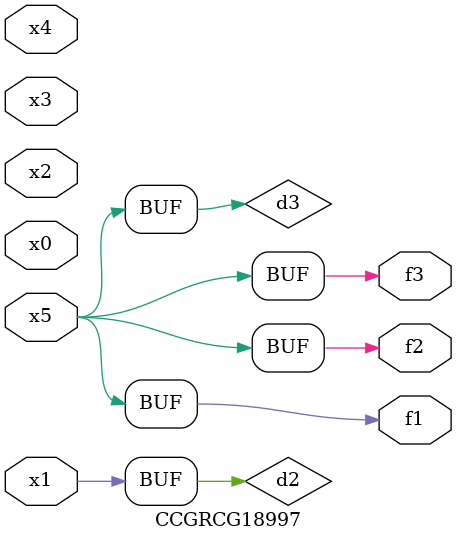
<source format=v>
module CCGRCG18997(
	input x0, x1, x2, x3, x4, x5,
	output f1, f2, f3
);

	wire d1, d2, d3;

	not (d1, x5);
	or (d2, x1);
	xnor (d3, d1);
	assign f1 = d3;
	assign f2 = d3;
	assign f3 = d3;
endmodule

</source>
